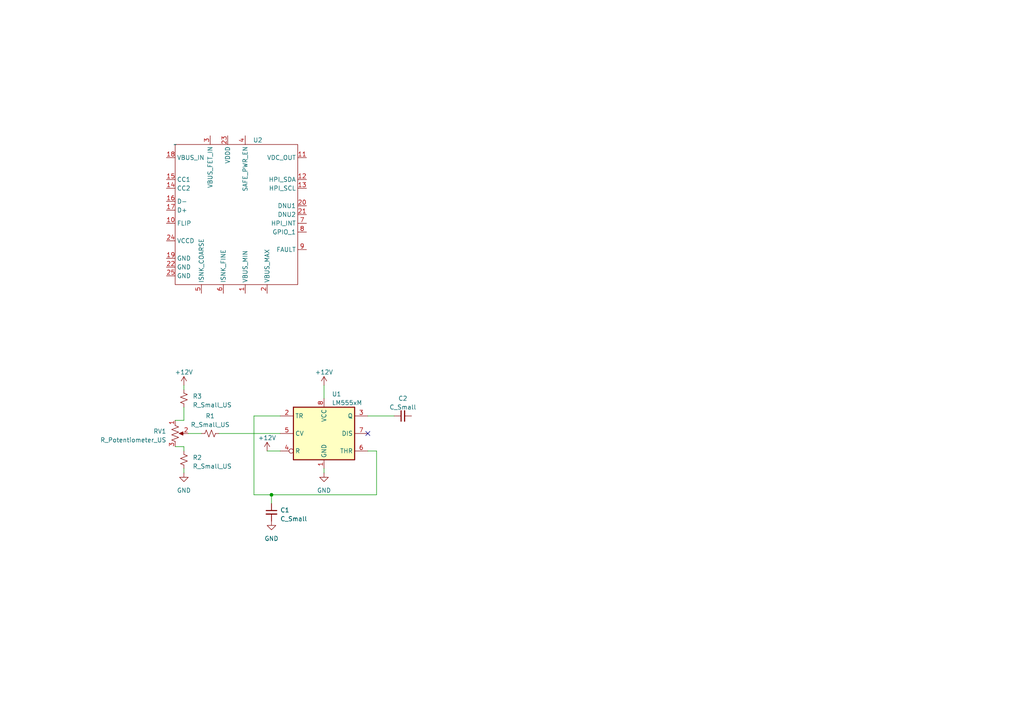
<source format=kicad_sch>
(kicad_sch (version 20230121) (generator eeschema)
  (paper "A4")
  (lib_symbols
    (symbol "Custom_Interface_USB:CYPD3177"
      (property "Reference" "U" (at 1.27 2.54 0))
      (symbol "CYPD3177_0_1"
        (rectangle (start 0 0) (end 35.56 -40.64))
      )
      (symbol "CYPD3177_1_1"
        (pin input line (at 20.32 -43.18 90) (length 2.54) (name "VBUS_MIN") (number "1"))
        (pin input line (at -2.54 -22.86 0) (length 2.54) (name "FLIP") (number "10"))
        (pin input line (at 38.1 -3.81 180) (length 2.54) (name "VDC_OUT") (number "11"))
        (pin input line (at 38.1 -10.16 180) (length 2.54) (name "HPI_SDA") (number "12"))
        (pin input line (at 38.1 -12.7 180) (length 2.54) (name "HPI_SCL") (number "13"))
        (pin input line (at -2.54 -12.7 0) (length 2.54) (name "CC2") (number "14"))
        (pin input line (at -2.54 -10.16 0) (length 2.54) (name "CC1") (number "15"))
        (pin input line (at -2.54 -16.51 0) (length 2.54) (name "D-") (number "16"))
        (pin input line (at -2.54 -19.05 0) (length 2.54) (name "D+") (number "17"))
        (pin input line (at -2.54 -3.81 0) (length 2.54) (name "VBUS_IN") (number "18"))
        (pin input line (at -2.54 -33.02 0) (length 2.54) (name "GND") (number "19"))
        (pin input line (at 26.67 -43.18 90) (length 2.54) (name "VBUS_MAX") (number "2"))
        (pin input line (at 38.1 -17.78 180) (length 2.54) (name "DNU1") (number "20"))
        (pin input line (at 38.1 -20.32 180) (length 2.54) (name "DNU2") (number "21"))
        (pin input line (at -2.54 -35.56 0) (length 2.54) (name "GND") (number "22"))
        (pin input line (at 15.24 2.54 270) (length 2.54) (name "VDDD") (number "23"))
        (pin input line (at -2.54 -27.94 0) (length 2.54) (name "VCCD") (number "24"))
        (pin input line (at -2.54 -38.1 0) (length 2.54) (name "GND") (number "25"))
        (pin input line (at 10.16 2.54 270) (length 2.54) (name "VBUS_FET_IN") (number "3"))
        (pin input line (at 20.32 2.54 270) (length 2.54) (name "SAFE_PWR_EN") (number "4"))
        (pin input line (at 7.62 -43.18 90) (length 2.54) (name "ISNK_COARSE") (number "5"))
        (pin input line (at 13.97 -43.18 90) (length 2.54) (name "ISNK_FINE") (number "6"))
        (pin input line (at 38.1 -22.86 180) (length 2.54) (name "HPI_INT") (number "7"))
        (pin input line (at 38.1 -25.4 180) (length 2.54) (name "GPIO_1") (number "8"))
        (pin input line (at 38.1 -30.48 180) (length 2.54) (name "FAULT") (number "9"))
      )
    )
    (symbol "Device:C_Small" (pin_numbers hide) (pin_names (offset 0.254) hide)
      (property "Reference" "C" (at 0.254 1.778 0))
      (property "Value" "C_Small" (at 0.254 -2.032 0))
      (symbol "C_Small_0_1"
        (polyline (pts (xy -1.524 -0.508) (xy 1.524 -0.508)) (stroke (width 0.3302)))
        (polyline (pts (xy -1.524 0.508) (xy 1.524 0.508)) (stroke (width 0.3048)))
      )
      (symbol "C_Small_1_1"
        (pin passive line (at 0 2.54 270) (length 2.032) (name "~") (number "1"))
        (pin passive line (at 0 -2.54 90) (length 2.032) (name "~") (number "2"))
      )
    )
    (symbol "Device:R_Potentiometer_US" (pin_names (offset 1.016) hide)
      (property "Reference" "RV" (at -4.445 0 90))
      (property "Value" "R_Potentiometer_US" (at -2.54 0 90))
      (symbol "R_Potentiometer_US_0_1"
        (polyline (pts (xy 0 -2.286) (xy 0 -2.54)))
        (polyline (pts (xy 0 2.54) (xy 0 2.286)))
        (polyline (pts (xy 2.54 0) (xy 1.524 0)))
        (polyline (pts (xy 1.143 0) (xy 2.286 0.508) (xy 2.286 -0.508) (xy 1.143 0)) (fill (type outline)))
        (polyline (pts (xy 0 -0.762) (xy 1.016 -1.143) (xy 0 -1.524) (xy -1.016 -1.905) (xy 0 -2.286)))
        (polyline (pts (xy 0 0.762) (xy 1.016 0.381) (xy 0 0) (xy -1.016 -0.381) (xy 0 -0.762)))
        (polyline (pts (xy 0 2.286) (xy 1.016 1.905) (xy 0 1.524) (xy -1.016 1.143) (xy 0 0.762)))
      )
      (symbol "R_Potentiometer_US_1_1"
        (pin passive line (at 0 3.81 270) (length 1.27) (name "1") (number "1"))
        (pin passive line (at 3.81 0 180) (length 1.27) (name "2") (number "2"))
        (pin passive line (at 0 -3.81 90) (length 1.27) (name "3") (number "3"))
      )
    )
    (symbol "Device:R_Small_US" (pin_numbers hide) (pin_names (offset 0.254) hide)
      (property "Reference" "R" (at 0.762 0.508 0))
      (property "Value" "R_Small_US" (at 0.762 -1.016 0))
      (symbol "R_Small_US_1_1"
        (polyline (pts (xy 0 0) (xy 1.016 -0.381) (xy 0 -0.762) (xy -1.016 -1.143) (xy 0 -1.524)))
        (polyline (pts (xy 0 1.524) (xy 1.016 1.143) (xy 0 0.762) (xy -1.016 0.381) (xy 0 0)))
        (pin passive line (at 0 2.54 270) (length 1.016) (name "~") (number "1"))
        (pin passive line (at 0 -2.54 90) (length 1.016) (name "~") (number "2"))
      )
    )
    (symbol "Timer:LM555xM"
      (property "Reference" "U" (at -10.16 8.89 0))
      (property "Value" "LM555xM" (at 2.54 8.89 0))
      (symbol "LM555xM_0_0"
        (pin power_in line (at 0 -10.16 90) (length 2.54) (name "GND") (number "1"))
        (pin power_in line (at 0 10.16 270) (length 2.54) (name "VCC") (number "8"))
      )
      (symbol "LM555xM_0_1"
        (rectangle (start -8.89 -7.62) (end 8.89 7.62) (stroke (width 0.254)) (fill (type background)))
        (rectangle (start -8.89 -7.62) (end 8.89 7.62) (stroke (width 0.254)) (fill (type background)))
      )
      (symbol "LM555xM_1_1"
        (pin input line (at -12.7 5.08 0) (length 3.81) (name "TR") (number "2"))
        (pin output line (at 12.7 5.08 180) (length 3.81) (name "Q") (number "3"))
        (pin input inverted (at -12.7 -5.08 0) (length 3.81) (name "R") (number "4"))
        (pin input line (at -12.7 0 0) (length 3.81) (name "CV") (number "5"))
        (pin input line (at 12.7 -5.08 180) (length 3.81) (name "THR") (number "6"))
        (pin input line (at 12.7 0 180) (length 3.81) (name "DIS") (number "7"))
      )
    )
    (symbol "power:+12V" (power) (pin_names (offset 0))
      (property "Value" "+12V" (at 0 3.556 0))
      (symbol "+12V_0_1"
        (polyline (pts (xy -0.762 1.27) (xy 0 2.54)))
        (polyline (pts (xy 0 0) (xy 0 2.54)))
        (polyline (pts (xy 0 2.54) (xy 0.762 1.27)))
      )
      (symbol "+12V_1_1"
        (pin power_in line (at 0 0 90) (length 0) hide (name "+12V") (number "1"))
      )
    )
    (symbol "power:GND" (power) (pin_names (offset 0))
      (property "Value" "GND" (at 0 -3.81 0))
      (symbol "GND_0_1"
        (polyline (pts (xy 0 0) (xy 0 -1.27) (xy 1.27 -1.27) (xy 0 -2.54) (xy -1.27 -1.27) (xy 0 -1.27)))
      )
      (symbol "GND_1_1"
        (pin power_in line (at 0 0 270) (length 0) hide (name "GND") (number "1"))
      )
    )
  )
  (junction (at 78.74 143.51))
  (no_connect (at 106.68 125.73))
  (wire (pts (xy 53.34 137.16) (xy 53.34 135.89)))
  (wire (pts (xy 81.28 120.65) (xy 73.66 120.65)))
  (wire (pts (xy 73.66 143.51) (xy 78.74 143.51)))
  (wire (pts (xy 54.61 125.73) (xy 58.42 125.73)))
  (wire (pts (xy 93.98 111.76) (xy 93.98 115.57)))
  (wire (pts (xy 93.98 135.89) (xy 93.98 137.16)))
  (wire (pts (xy 78.74 143.51) (xy 78.74 146.05)))
  (wire (pts (xy 50.8 121.92) (xy 53.34 121.92)))
  (wire (pts (xy 53.34 129.54) (xy 53.34 130.81)))
  (wire (pts (xy 81.28 130.81) (xy 77.47 130.81)))
  (wire (pts (xy 106.68 120.65) (xy 114.3 120.65)))
  (wire (pts (xy 63.5 125.73) (xy 81.28 125.73)))
  (wire (pts (xy 73.66 120.65) (xy 73.66 143.51)))
  (wire (pts (xy 109.22 143.51) (xy 78.74 143.51)))
  (wire (pts (xy 53.34 111.76) (xy 53.34 113.03)))
  (wire (pts (xy 106.68 130.81) (xy 109.22 130.81)))
  (wire (pts (xy 53.34 118.11) (xy 53.34 121.92)))
  (wire (pts (xy 109.22 130.81) (xy 109.22 143.51)))
  (wire (pts (xy 50.8 129.54) (xy 53.34 129.54)))
  (symbol (lib_id "Device:R_Potentiometer_US") (at 50.8 125.73 0) (unit 1)
    (property "Reference" "RV1" (at 48.26 125.095 0) (effects (justify right)))
    (property "Value" "R_Potentiometer_US" (at 48.26 127.635 0) (effects (justify right)))
  )
  (symbol (lib_id "Device:R_Small_US") (at 53.34 133.35 180) (unit 1)
    (property "Reference" "R2" (at 55.88 132.715 0) (effects (justify right)))
    (property "Value" "R_Small_US" (at 55.88 135.255 0) (effects (justify right)))
  )
  (symbol (lib_id "power:GND") (at 53.34 137.16 0) (unit 1)
    (property "Reference" "#PWR05" (effects hide))
    (property "Value" "GND" (at 53.34 142.24 0))
  )
  (symbol (lib_id "Device:C_Small") (at 78.74 148.59 0) (unit 1)
    (property "Reference" "C1" (at 81.28 147.9613 0) (effects (justify left)))
    (property "Value" "C_Small" (at 81.28 150.5013 0) (effects (justify left)))
  )
  (symbol (lib_id "Custom_Interface_USB:CYPD3177") (at 50.8 41.91 0) (unit 1)
    (property "Reference" "U2" (at 73.3893 40.64 0) (effects (justify left)))
    (property "Value" "~" (at 50.8 41.91 0))
  )
  (symbol (lib_id "Device:R_Small_US") (at 60.96 125.73 90) (unit 1)
    (property "Reference" "R1" (at 60.96 120.65 90))
    (property "Value" "R_Small_US" (at 60.96 123.19 90))
  )
  (symbol (lib_id "power:GND") (at 93.98 137.16 0) (unit 1)
    (property "Reference" "#PWR02" (effects hide))
    (property "Value" "GND" (at 93.98 142.24 0))
  )
  (symbol (lib_id "power:+12V") (at 53.34 111.76 0) (unit 1)
    (property "Reference" "#PWR06" (effects hide))
    (property "Value" "+12V" (at 53.34 107.95 0))
  )
  (symbol (lib_id "power:GND") (at 78.74 151.13 0) (unit 1)
    (property "Reference" "#PWR03" (effects hide))
    (property "Value" "GND" (at 78.74 156.21 0))
  )
  (symbol (lib_id "Device:C_Small") (at 116.84 120.65 90) (unit 1)
    (property "Reference" "C2" (at 116.8463 115.57 90))
    (property "Value" "C_Small" (at 116.8463 118.11 90))
  )
  (symbol (lib_id "power:+12V") (at 77.47 130.81 0) (unit 1)
    (property "Reference" "#PWR04" (effects hide))
    (property "Value" "+12V" (at 77.47 127 0))
  )
  (symbol (lib_id "Device:R_Small_US") (at 53.34 115.57 180) (unit 1)
    (property "Reference" "R3" (at 55.88 114.935 0) (effects (justify right)))
    (property "Value" "R_Small_US" (at 55.88 117.475 0) (effects (justify right)))
  )
  (symbol (lib_id "power:+12V") (at 93.98 111.76 0) (unit 1)
    (property "Reference" "#PWR01" (effects hide))
    (property "Value" "+12V" (at 93.98 107.95 0))
  )
  (symbol (lib_id "Timer:LM555xM") (at 93.98 125.73 0) (unit 1)
    (property "Reference" "U1" (at 96.2493 114.3 0) (effects (justify left)))
    (property "Value" "LM555xM" (at 96.2493 116.84 0) (effects (justify left)))
    (property "Footprint" "Package_SO:SOIC-8_3.9x4.9mm_P1.27mm" (effects hide))
    (property "Datasheet" "http://www.ti.com/lit/ds/symlink/lm555.pdf" (effects hide))
  )
)
</source>
